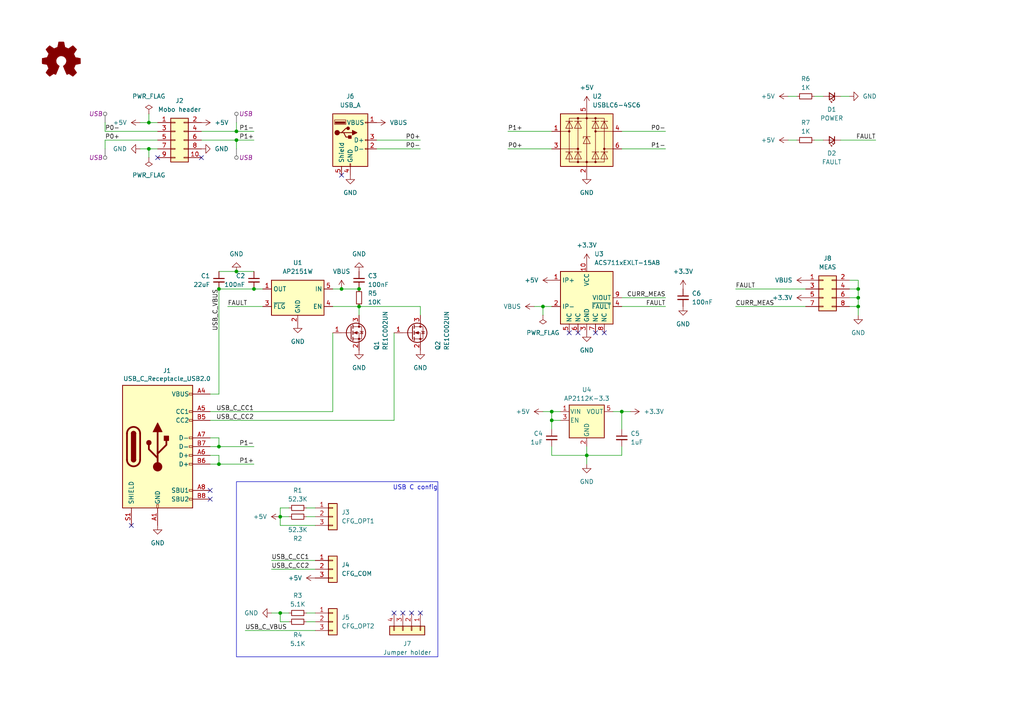
<source format=kicad_sch>
(kicad_sch (version 20230121) (generator eeschema)
  (paper "A4")
  (title_block (title "USBussy Current Probe") (date "2024-02-15") (rev "1.0"))
  (lib_symbols
    (symbol "Connector:USB_A" (pin_names (offset 1.016))
      (property "Reference" "J" (at -5.08 11.43 0))
      (property "Value" "USB_A" (at -5.08 8.89 0))
      (symbol "USB_A_0_1"
        (rectangle (start -5.08 -7.62) (end 5.08 7.62) (stroke (width 0.254)) (fill (type background)))
        (circle (center -3.81 2.159) (radius 0.635) (stroke (width 0.254)) (fill (type outline)))
        (rectangle (start -1.524 4.826) (end -4.318 5.334) (fill (type outline)))
        (rectangle (start -1.27 4.572) (end -4.572 5.842))
        (circle (center -0.635 3.429) (radius 0.381) (stroke (width 0.254)) (fill (type outline)))
        (rectangle (start -0.127 -7.62) (end 0.127 -6.858))
        (polyline (pts (xy -3.175 2.159) (xy -2.54 2.159) (xy -1.27 3.429) (xy -0.635 3.429)) (stroke (width 0.254)))
        (polyline (pts (xy -2.54 2.159) (xy -1.905 2.159) (xy -1.27 0.889) (xy 0 0.889)) (stroke (width 0.254)))
        (polyline (pts (xy 0.635 2.794) (xy 0.635 1.524) (xy 1.905 2.159) (xy 0.635 2.794)) (stroke (width 0.254)) (fill (type outline)))
        (rectangle (start 0.254 1.27) (end -0.508 0.508) (stroke (width 0.254)) (fill (type outline)))
        (rectangle (start 5.08 -2.667) (end 4.318 -2.413))
        (rectangle (start 5.08 -0.127) (end 4.318 0.127))
        (rectangle (start 5.08 4.953) (end 4.318 5.207))
      )
      (symbol "USB_A_1_1"
        (polyline (pts (xy -1.905 2.159) (xy 0.635 2.159)) (stroke (width 0.254)))
        (pin power_in line (at 7.62 5.08 180) (length 2.54) (name "VBUS") (number "1"))
        (pin bidirectional line (at 7.62 -2.54 180) (length 2.54) (name "D-") (number "2"))
        (pin bidirectional line (at 7.62 0 180) (length 2.54) (name "D+") (number "3"))
        (pin power_in line (at 0 -10.16 90) (length 2.54) (name "GND") (number "4"))
        (pin passive line (at -2.54 -10.16 90) (length 2.54) (name "Shield") (number "5"))
      )
    )
    (symbol "Connector:USB_C_Receptacle_USB2.0" (pin_names (offset 1.016))
      (property "Reference" "J" (at -10.16 19.05 0))
      (property "Value" "USB_C_Receptacle_USB2.0" (at 19.05 19.05 0))
      (symbol "USB_C_Receptacle_USB2.0_0_0"
        (rectangle (start -0.254 -17.78) (end 0.254 -16.764))
        (rectangle (start 10.16 -14.986) (end 9.144 -15.494))
        (rectangle (start 10.16 -12.446) (end 9.144 -12.954))
        (rectangle (start 10.16 -4.826) (end 9.144 -5.334))
        (rectangle (start 10.16 -2.286) (end 9.144 -2.794))
        (rectangle (start 10.16 0.254) (end 9.144 -0.254))
        (rectangle (start 10.16 2.794) (end 9.144 2.286))
        (rectangle (start 10.16 7.874) (end 9.144 7.366))
        (rectangle (start 10.16 10.414) (end 9.144 9.906))
        (rectangle (start 10.16 15.494) (end 9.144 14.986))
      )
      (symbol "USB_C_Receptacle_USB2.0_0_1"
        (rectangle (start -10.16 17.78) (end 10.16 -17.78) (stroke (width 0.254)) (fill (type background)))
        (arc (start -8.89 -3.81) (mid -6.985 -5.7067) (end -5.08 -3.81) (stroke (width 0.508)))
        (arc (start -7.62 -3.81) (mid -6.985 -4.4423) (end -6.35 -3.81) (stroke (width 0.254)))
        (arc (start -7.62 -3.81) (mid -6.985 -4.4423) (end -6.35 -3.81) (stroke (width 0.254)) (fill (type outline)))
        (rectangle (start -7.62 -3.81) (end -6.35 3.81) (stroke (width 0.254)) (fill (type outline)))
        (arc (start -6.35 3.81) (mid -6.985 4.4423) (end -7.62 3.81) (stroke (width 0.254)))
        (arc (start -6.35 3.81) (mid -6.985 4.4423) (end -7.62 3.81) (stroke (width 0.254)) (fill (type outline)))
        (arc (start -5.08 3.81) (mid -6.985 5.7067) (end -8.89 3.81) (stroke (width 0.508)))
        (circle (center -2.54 1.143) (radius 0.635) (stroke (width 0.254)) (fill (type outline)))
        (circle (center 0 -5.842) (radius 1.27) (fill (type outline)))
        (polyline (pts (xy -8.89 -3.81) (xy -8.89 3.81)) (stroke (width 0.508)))
        (polyline (pts (xy -5.08 3.81) (xy -5.08 -3.81)) (stroke (width 0.508)))
        (polyline (pts (xy 0 -5.842) (xy 0 4.318)) (stroke (width 0.508)))
        (polyline (pts (xy 0 -3.302) (xy -2.54 -0.762) (xy -2.54 0.508)) (stroke (width 0.508)))
        (polyline (pts (xy 0 -2.032) (xy 2.54 0.508) (xy 2.54 1.778)) (stroke (width 0.508)))
        (polyline (pts (xy -1.27 4.318) (xy 0 6.858) (xy 1.27 4.318) (xy -1.27 4.318)) (stroke (width 0.254)) (fill (type outline)))
        (rectangle (start 1.905 1.778) (end 3.175 3.048) (stroke (width 0.254)) (fill (type outline)))
      )
      (symbol "USB_C_Receptacle_USB2.0_1_1"
        (pin passive line (at 0 -22.86 90) (length 5.08) (name "GND") (number "A1"))
        (pin passive line (at 0 -22.86 90) (length 5.08) hide (name "GND") (number "A12"))
        (pin passive line (at 15.24 15.24 180) (length 5.08) (name "VBUS") (number "A4"))
        (pin bidirectional line (at 15.24 10.16 180) (length 5.08) (name "CC1") (number "A5"))
        (pin bidirectional line (at 15.24 -2.54 180) (length 5.08) (name "D+") (number "A6"))
        (pin bidirectional line (at 15.24 2.54 180) (length 5.08) (name "D-") (number "A7"))
        (pin bidirectional line (at 15.24 -12.7 180) (length 5.08) (name "SBU1") (number "A8"))
        (pin passive line (at 15.24 15.24 180) (length 5.08) hide (name "VBUS") (number "A9"))
        (pin passive line (at 0 -22.86 90) (length 5.08) hide (name "GND") (number "B1"))
        (pin passive line (at 0 -22.86 90) (length 5.08) hide (name "GND") (number "B12"))
        (pin passive line (at 15.24 15.24 180) (length 5.08) hide (name "VBUS") (number "B4"))
        (pin bidirectional line (at 15.24 7.62 180) (length 5.08) (name "CC2") (number "B5"))
        (pin bidirectional line (at 15.24 -5.08 180) (length 5.08) (name "D+") (number "B6"))
        (pin bidirectional line (at 15.24 0 180) (length 5.08) (name "D-") (number "B7"))
        (pin bidirectional line (at 15.24 -15.24 180) (length 5.08) (name "SBU2") (number "B8"))
        (pin passive line (at 15.24 15.24 180) (length 5.08) hide (name "VBUS") (number "B9"))
        (pin passive line (at -7.62 -22.86 90) (length 5.08) (name "SHIELD") (number "S1"))
      )
    )
    (symbol "Connector_Generic:Conn_01x03" (pin_names (offset 1.016) hide)
      (property "Reference" "J" (at 0 5.08 0))
      (property "Value" "Conn_01x03" (at 0 -5.08 0))
      (symbol "Conn_01x03_1_1"
        (rectangle (start -1.27 -2.413) (end 0 -2.667) (stroke (width 0.1524)))
        (rectangle (start -1.27 0.127) (end 0 -0.127) (stroke (width 0.1524)))
        (rectangle (start -1.27 2.667) (end 0 2.413) (stroke (width 0.1524)))
        (rectangle (start -1.27 3.81) (end 1.27 -3.81) (stroke (width 0.254)) (fill (type background)))
        (pin passive line (at -5.08 2.54 0) (length 3.81) (name "Pin_1") (number "1"))
        (pin passive line (at -5.08 0 0) (length 3.81) (name "Pin_2") (number "2"))
        (pin passive line (at -5.08 -2.54 0) (length 3.81) (name "Pin_3") (number "3"))
      )
    )
    (symbol "Connector_Generic:Conn_01x04" (pin_names (offset 1.016) hide)
      (property "Reference" "J" (at 0 5.08 0))
      (property "Value" "Conn_01x04" (at 0 -7.62 0))
      (symbol "Conn_01x04_1_1"
        (rectangle (start -1.27 -4.953) (end 0 -5.207) (stroke (width 0.1524)))
        (rectangle (start -1.27 -2.413) (end 0 -2.667) (stroke (width 0.1524)))
        (rectangle (start -1.27 0.127) (end 0 -0.127) (stroke (width 0.1524)))
        (rectangle (start -1.27 2.667) (end 0 2.413) (stroke (width 0.1524)))
        (rectangle (start -1.27 3.81) (end 1.27 -6.35) (stroke (width 0.254)) (fill (type background)))
        (pin passive line (at -5.08 2.54 0) (length 3.81) (name "Pin_1") (number "1"))
        (pin passive line (at -5.08 0 0) (length 3.81) (name "Pin_2") (number "2"))
        (pin passive line (at -5.08 -2.54 0) (length 3.81) (name "Pin_3") (number "3"))
        (pin passive line (at -5.08 -5.08 0) (length 3.81) (name "Pin_4") (number "4"))
      )
    )
    (symbol "Connector_Generic:Conn_02x04_Odd_Even" (pin_names (offset 1.016) hide)
      (property "Reference" "J" (at 1.27 5.08 0))
      (property "Value" "Conn_02x04_Odd_Even" (at 1.27 -7.62 0))
      (symbol "Conn_02x04_Odd_Even_1_1"
        (rectangle (start -1.27 -4.953) (end 0 -5.207) (stroke (width 0.1524)))
        (rectangle (start -1.27 -2.413) (end 0 -2.667) (stroke (width 0.1524)))
        (rectangle (start -1.27 0.127) (end 0 -0.127) (stroke (width 0.1524)))
        (rectangle (start -1.27 2.667) (end 0 2.413) (stroke (width 0.1524)))
        (rectangle (start -1.27 3.81) (end 3.81 -6.35) (stroke (width 0.254)) (fill (type background)))
        (rectangle (start 3.81 -4.953) (end 2.54 -5.207) (stroke (width 0.1524)))
        (rectangle (start 3.81 -2.413) (end 2.54 -2.667) (stroke (width 0.1524)))
        (rectangle (start 3.81 0.127) (end 2.54 -0.127) (stroke (width 0.1524)))
        (rectangle (start 3.81 2.667) (end 2.54 2.413) (stroke (width 0.1524)))
        (pin passive line (at -5.08 2.54 0) (length 3.81) (name "Pin_1") (number "1"))
        (pin passive line (at 7.62 2.54 180) (length 3.81) (name "Pin_2") (number "2"))
        (pin passive line (at -5.08 0 0) (length 3.81) (name "Pin_3") (number "3"))
        (pin passive line (at 7.62 0 180) (length 3.81) (name "Pin_4") (number "4"))
        (pin passive line (at -5.08 -2.54 0) (length 3.81) (name "Pin_5") (number "5"))
        (pin passive line (at 7.62 -2.54 180) (length 3.81) (name "Pin_6") (number "6"))
        (pin passive line (at -5.08 -5.08 0) (length 3.81) (name "Pin_7") (number "7"))
        (pin passive line (at 7.62 -5.08 180) (length 3.81) (name "Pin_8") (number "8"))
      )
    )
    (symbol "Connector_Generic:Conn_02x05_Odd_Even" (pin_names (offset 1.016) hide)
      (property "Reference" "J" (at 1.27 7.62 0))
      (property "Value" "Conn_02x05_Odd_Even" (at 1.27 -7.62 0))
      (symbol "Conn_02x05_Odd_Even_1_1"
        (rectangle (start -1.27 -4.953) (end 0 -5.207) (stroke (width 0.1524)))
        (rectangle (start -1.27 -2.413) (end 0 -2.667) (stroke (width 0.1524)))
        (rectangle (start -1.27 0.127) (end 0 -0.127) (stroke (width 0.1524)))
        (rectangle (start -1.27 2.667) (end 0 2.413) (stroke (width 0.1524)))
        (rectangle (start -1.27 5.207) (end 0 4.953) (stroke (width 0.1524)))
        (rectangle (start -1.27 6.35) (end 3.81 -6.35) (stroke (width 0.254)) (fill (type background)))
        (rectangle (start 3.81 -4.953) (end 2.54 -5.207) (stroke (width 0.1524)))
        (rectangle (start 3.81 -2.413) (end 2.54 -2.667) (stroke (width 0.1524)))
        (rectangle (start 3.81 0.127) (end 2.54 -0.127) (stroke (width 0.1524)))
        (rectangle (start 3.81 2.667) (end 2.54 2.413) (stroke (width 0.1524)))
        (rectangle (start 3.81 5.207) (end 2.54 4.953) (stroke (width 0.1524)))
        (pin passive line (at -5.08 5.08 0) (length 3.81) (name "Pin_1") (number "1"))
        (pin passive line (at 7.62 -5.08 180) (length 3.81) (name "Pin_10") (number "10"))
        (pin passive line (at 7.62 5.08 180) (length 3.81) (name "Pin_2") (number "2"))
        (pin passive line (at -5.08 2.54 0) (length 3.81) (name "Pin_3") (number "3"))
        (pin passive line (at 7.62 2.54 180) (length 3.81) (name "Pin_4") (number "4"))
        (pin passive line (at -5.08 0 0) (length 3.81) (name "Pin_5") (number "5"))
        (pin passive line (at 7.62 0 180) (length 3.81) (name "Pin_6") (number "6"))
        (pin passive line (at -5.08 -2.54 0) (length 3.81) (name "Pin_7") (number "7"))
        (pin passive line (at 7.62 -2.54 180) (length 3.81) (name "Pin_8") (number "8"))
        (pin passive line (at -5.08 -5.08 0) (length 3.81) (name "Pin_9") (number "9"))
      )
    )
    (symbol "Device:C_Small" (pin_numbers hide) (pin_names (offset 0.254) hide)
      (property "Reference" "C" (at 0.254 1.778 0))
      (property "Value" "C_Small" (at 0.254 -2.032 0))
      (symbol "C_Small_0_1"
        (polyline (pts (xy -1.524 -0.508) (xy 1.524 -0.508)) (stroke (width 0.3302)))
        (polyline (pts (xy -1.524 0.508) (xy 1.524 0.508)) (stroke (width 0.3048)))
      )
      (symbol "C_Small_1_1"
        (pin passive line (at 0 2.54 270) (length 2.032) (name "~") (number "1"))
        (pin passive line (at 0 -2.54 90) (length 2.032) (name "~") (number "2"))
      )
    )
    (symbol "Device:LED_Small" (pin_numbers hide) (pin_names (offset 0.254) hide)
      (property "Reference" "D" (at -1.27 3.175 0))
      (property "Value" "LED_Small" (at -4.445 -2.54 0))
      (symbol "LED_Small_0_1"
        (polyline (pts (xy -0.762 -1.016) (xy -0.762 1.016)) (stroke (width 0.254)))
        (polyline (pts (xy 1.016 0) (xy -0.762 0)))
        (polyline (pts (xy 0.762 -1.016) (xy -0.762 0) (xy 0.762 1.016) (xy 0.762 -1.016)) (stroke (width 0.254)))
        (polyline (pts (xy 0 0.762) (xy -0.508 1.27) (xy -0.254 1.27) (xy -0.508 1.27) (xy -0.508 1.016)))
        (polyline (pts (xy 0.508 1.27) (xy 0 1.778) (xy 0.254 1.778) (xy 0 1.778) (xy 0 1.524)))
      )
      (symbol "LED_Small_1_1"
        (pin passive line (at -2.54 0 0) (length 1.778) (name "K") (number "1"))
        (pin passive line (at 2.54 0 180) (length 1.778) (name "A") (number "2"))
      )
    )
    (symbol "Device:Q_NMOS_GSD" (pin_names (offset 0) hide)
      (property "Reference" "Q" (at 5.08 1.27 0))
      (property "Value" "Q_NMOS_GSD" (at 5.08 -1.27 0))
      (symbol "Q_NMOS_GSD_0_1"
        (polyline (pts (xy 0.254 0) (xy -2.54 0)))
        (polyline (pts (xy 0.254 1.905) (xy 0.254 -1.905)) (stroke (width 0.254)))
        (polyline (pts (xy 0.762 -1.27) (xy 0.762 -2.286)) (stroke (width 0.254)))
        (polyline (pts (xy 0.762 0.508) (xy 0.762 -0.508)) (stroke (width 0.254)))
        (polyline (pts (xy 0.762 2.286) (xy 0.762 1.27)) (stroke (width 0.254)))
        (polyline (pts (xy 2.54 2.54) (xy 2.54 1.778)))
        (polyline (pts (xy 2.54 -2.54) (xy 2.54 0) (xy 0.762 0)))
        (polyline (pts (xy 0.762 -1.778) (xy 3.302 -1.778) (xy 3.302 1.778) (xy 0.762 1.778)))
        (polyline (pts (xy 1.016 0) (xy 2.032 0.381) (xy 2.032 -0.381) (xy 1.016 0)) (fill (type outline)))
        (polyline (pts (xy 2.794 0.508) (xy 2.921 0.381) (xy 3.683 0.381) (xy 3.81 0.254)))
        (polyline (pts (xy 3.302 0.381) (xy 2.921 -0.254) (xy 3.683 -0.254) (xy 3.302 0.381)))
        (circle (center 1.651 0) (radius 2.794) (stroke (width 0.254)))
        (circle (center 2.54 -1.778) (radius 0.254) (fill (type outline)))
        (circle (center 2.54 1.778) (radius 0.254) (fill (type outline)))
      )
      (symbol "Q_NMOS_GSD_1_1"
        (pin input line (at -5.08 0 0) (length 2.54) (name "G") (number "1"))
        (pin passive line (at 2.54 -5.08 90) (length 2.54) (name "S") (number "2"))
        (pin passive line (at 2.54 5.08 270) (length 2.54) (name "D") (number "3"))
      )
    )
    (symbol "Device:R_Small" (pin_numbers hide) (pin_names (offset 0.254) hide)
      (property "Reference" "R" (at 0.762 0.508 0))
      (property "Value" "R_Small" (at 0.762 -1.016 0))
      (symbol "R_Small_0_1"
        (rectangle (start -0.762 1.778) (end 0.762 -1.778) (stroke (width 0.2032)))
      )
      (symbol "R_Small_1_1"
        (pin passive line (at 0 2.54 270) (length 0.762) (name "~") (number "1"))
        (pin passive line (at 0 -2.54 90) (length 0.762) (name "~") (number "2"))
      )
    )
    (symbol "Graphic:Logo_Open_Hardware_Small" (in_bom no) (on_board no)
      (symbol "Logo_Open_Hardware_Small_0_1"
        (polyline (pts (xy 3.3528 -4.3434) (xy 3.302 -4.318) (xy 3.175 -4.2418) (xy 2.9972 -4.1148) (xy 2.7686 -3.9624) (xy 2.54 -3.81) (xy 2.3622 -3.7084) (xy 2.2352 -3.6068) (xy 2.1844 -3.5814) (xy 2.159 -3.6068) (xy 2.0574 -3.6576) (xy 1.905 -3.7338) (xy 1.8034 -3.7846) (xy 1.6764 -3.8354) (xy 1.6002 -3.8354) (xy 1.6002 -3.8354) (xy 1.5494 -3.7338) (xy 1.4732 -3.5306) (xy 1.3462 -3.302) (xy 1.2446 -3.0226) (xy 1.1176 -2.7178) (xy 0.9652 -2.413) (xy 0.8636 -2.1082) (xy 0.7366 -1.8288) (xy 0.6604 -1.6256) (xy 0.6096 -1.4732) (xy 0.5842 -1.397) (xy 0.5842 -1.397) (xy 0.6604 -1.3208) (xy 0.7874 -1.2446) (xy 1.0414 -1.016) (xy 1.2954 -0.6858) (xy 1.4478 -0.3302) (xy 1.524 0.0762) (xy 1.4732 0.4572) (xy 1.3208 0.8128) (xy 1.0668 1.143) (xy 0.762 1.3716) (xy 0.4064 1.524) (xy 0 1.5748) (xy -0.381 1.5494) (xy -0.7366 1.397) (xy -1.0668 1.143) (xy -1.2192 0.9906) (xy -1.397 0.6604) (xy -1.524 0.3048) (xy -1.524 0.2286) (xy -1.4986 -0.1778) (xy -1.397 -0.5334) (xy -1.1938 -0.8636) (xy -0.9144 -1.143) (xy -0.8636 -1.1684) (xy -0.7366 -1.27) (xy -0.635 -1.3462) (xy -0.5842 -1.397) (xy -1.0668 -2.5908) (xy -1.143 -2.794) (xy -1.2954 -3.1242) (xy -1.397 -3.4036) (xy -1.4986 -3.6322) (xy -1.5748 -3.7846) (xy -1.6002 -3.8354) (xy -1.6002 -3.8354) (xy -1.651 -3.8354) (xy -1.7272 -3.81) (xy -1.905 -3.7338) (xy -2.0066 -3.683) (xy -2.1336 -3.6068) (xy -2.2098 -3.5814) (xy -2.2606 -3.6068) (xy -2.3622 -3.683) (xy -2.54 -3.81) (xy -2.7686 -3.9624) (xy -2.9718 -4.0894) (xy -3.1496 -4.2164) (xy -3.302 -4.318) (xy -3.3528 -4.3434) (xy -3.3782 -4.3434) (xy -3.429 -4.318) (xy -3.5306 -4.2164) (xy -3.7084 -4.064) (xy -3.937 -3.8354) (xy -3.9624 -3.81) (xy -4.1656 -3.6068) (xy -4.318 -3.4544) (xy -4.4196 -3.3274) (xy -4.445 -3.2766) (xy -4.445 -3.2766) (xy -4.4196 -3.2258) (xy -4.318 -3.0734) (xy -4.2164 -2.8956) (xy -4.064 -2.667) (xy -3.6576 -2.0828) (xy -3.8862 -1.5494) (xy -3.937 -1.3716) (xy -4.0386 -1.1684) (xy -4.0894 -1.0414) (xy -4.1148 -0.9652) (xy -4.191 -0.9398) (xy -4.318 -0.9144) (xy -4.5466 -0.8636) (xy -4.8006 -0.8128) (xy -5.0546 -0.7874) (xy -5.2578 -0.7366) (xy -5.4356 -0.7112) (xy -5.5118 -0.6858) (xy -5.5118 -0.6858) (xy -5.5372 -0.635) (xy -5.5372 -0.5588) (xy -5.5372 -0.4318) (xy -5.5626 -0.2286) (xy -5.5626 0.0762) (xy -5.5626 0.127) (xy -5.5372 0.4064) (xy -5.5372 0.635) (xy -5.5372 0.762) (xy -5.5372 0.8382) (xy -5.5372 0.8382) (xy -5.461 0.8382) (xy -5.3086 0.889) (xy -5.08 0.9144) (xy -4.826 0.9652) (xy -4.8006 0.9906) (xy -4.5466 1.0414) (xy -4.318 1.0668) (xy -4.1656 1.1176) (xy -4.0894 1.143) (xy -4.0894 1.143) (xy -4.0386 1.2446) (xy -3.9624 1.4224) (xy -3.8608 1.6256) (xy -3.7846 1.8288) (xy -3.7084 2.0066) (xy -3.6576 2.159) (xy -3.6322 2.2098) (xy -3.6322 2.2098) (xy -3.683 2.286) (xy -3.7592 2.413) (xy -3.8862 2.5908) (xy -4.064 2.8194) (xy -4.064 2.8448) (xy -4.2164 3.0734) (xy -4.3434 3.2512) (xy -4.4196 3.3782) (xy -4.445 3.4544) (xy -4.445 3.4544) (xy -4.3942 3.5052) (xy -4.2926 3.6322) (xy -4.1148 3.81) (xy -3.937 4.0132) (xy -3.8608 4.064) (xy -3.6576 4.2926) (xy -3.5052 4.4196) (xy -3.4036 4.4958) (xy -3.3528 4.5212) (xy -3.3528 4.5212) (xy -3.302 4.4704) (xy -3.1496 4.3688) (xy -2.9718 4.2418) (xy -2.7432 4.0894) (xy -2.7178 4.0894) (xy -2.4892 3.937) (xy -2.3114 3.81) (xy -2.1844 3.7084) (xy -2.1336 3.683) (xy -2.1082 3.683) (xy -2.032 3.7084) (xy -1.8542 3.7592) (xy -1.6764 3.8354) (xy -1.4732 3.937) (xy -1.27 4.0132) (xy -1.143 4.064) (xy -1.0668 4.1148) (xy -1.0668 4.1148) (xy -1.0414 4.191) (xy -1.016 4.3434) (xy -0.9652 4.572) (xy -0.9144 4.8514) (xy -0.889 4.9022) (xy -0.8382 5.1562) (xy -0.8128 5.3848) (xy -0.7874 5.5372) (xy -0.762 5.588) (xy -0.7112 5.6134) (xy -0.5842 5.6134) (xy -0.4064 5.6134) (xy -0.1524 5.6134) (xy 0.0762 5.6134) (xy 0.3302 5.6134) (xy 0.5334 5.6134) (xy 0.6858 5.588) (xy 0.7366 5.588) (xy 0.7366 5.588) (xy 0.762 5.5118) (xy 0.8128 5.334) (xy 0.8382 5.1054) (xy 0.9144 4.826) (xy 0.9144 4.7752) (xy 0.9652 4.5212) (xy 1.016 4.2926) (xy 1.0414 4.1402) (xy 1.0668 4.0894) (xy 1.0668 4.0894) (xy 1.1938 4.0386) (xy 1.3716 3.9624) (xy 1.5748 3.8608) (xy 2.0828 3.6576) (xy 2.7178 4.0894) (xy 2.7686 4.1402) (xy 2.9972 4.2926) (xy 3.175 4.4196) (xy 3.302 4.4958) (xy 3.3782 4.5212) (xy 3.3782 4.5212) (xy 3.429 4.4704) (xy 3.556 4.3434) (xy 3.7338 4.191) (xy 3.9116 3.9878) (xy 4.064 3.8354) (xy 4.2418 3.6576) (xy 4.3434 3.556) (xy 4.4196 3.4798) (xy 4.4196 3.429) (xy 4.4196 3.4036) (xy 4.3942 3.3274) (xy 4.2926 3.2004) (xy 4.1656 2.9972) (xy 4.0132 2.794) (xy 3.8862 2.5908) (xy 3.7592 2.3876) (xy 3.6576 2.2352) (xy 3.6322 2.159) (xy 3.6322 2.1336) (xy 3.683 2.0066) (xy 3.7592 1.8288) (xy 3.8608 1.6002) (xy 4.064 1.1176) (xy 4.3942 1.0414) (xy 4.5974 1.016) (xy 4.8768 0.9652) (xy 5.1308 0.9144) (xy 5.5372 0.8382) (xy 5.5626 -0.6604) (xy 5.4864 -0.6858) (xy 5.4356 -0.6858) (xy 5.2832 -0.7366) (xy 5.0546 -0.762) (xy 4.8006 -0.8128) (xy 4.5974 -0.8636) (xy 4.3688 -0.9144) (xy 4.2164 -0.9398) (xy 4.1402 -0.9398) (xy 4.1148 -0.9652) (xy 4.064 -1.0668) (xy 3.9878 -1.2446) (xy 3.9116 -1.4478) (xy 3.81 -1.651) (xy 3.7338 -1.8542) (xy 3.683 -2.0066) (xy 3.6576 -2.0828) (xy 3.683 -2.1336) (xy 3.7846 -2.2606) (xy 3.8862 -2.4638) (xy 4.0386 -2.667) (xy 4.191 -2.8956) (xy 4.318 -3.0734) (xy 4.3942 -3.2004) (xy 4.445 -3.2766) (xy 4.4196 -3.3274) (xy 4.3434 -3.429) (xy 4.1656 -3.5814) (xy 3.937 -3.8354) (xy 3.8862 -3.8608) (xy 3.683 -4.064) (xy 3.5306 -4.2164) (xy 3.4036 -4.318) (xy 3.3528 -4.3434)) (fill (type outline)))
      )
    )
    (symbol "Power_Protection:USBLC6-4SC6" (pin_names hide)
      (property "Reference" "U" (at 2.54 8.89 0))
      (property "Value" "USBLC6-4SC6" (at 2.54 -8.89 0))
      (symbol "USBLC6-4SC6_0_1"
        (rectangle (start -7.62 -7.62) (end 7.62 7.62) (stroke (width 0.254)) (fill (type background)))
        (circle (center -5.08 2.54) (radius 0.254) (fill (type outline)))
        (circle (center -2.54 -6.35) (radius 0.254) (fill (type outline)))
        (circle (center -2.54 -2.54) (radius 0.254) (fill (type outline)))
        (circle (center -2.54 6.35) (radius 0.254) (fill (type outline)))
        (rectangle (start -2.54 6.35) (end 2.54 -6.35))
        (circle (center 0 -6.35) (radius 0.254) (fill (type outline)))
        (polyline (pts (xy -5.08 2.54) (xy -7.62 2.54)))
        (polyline (pts (xy -4.064 -3.429) (xy -6.096 -3.429)))
        (polyline (pts (xy -4.064 5.461) (xy -6.096 5.461)))
        (polyline (pts (xy -2.54 -2.54) (xy -7.62 -2.54)))
        (polyline (pts (xy -1.524 -3.429) (xy -3.556 -3.429)))
        (polyline (pts (xy -1.524 5.461) (xy -3.556 5.461)))
        (polyline (pts (xy 0 -7.62) (xy 0 -6.35)))
        (polyline (pts (xy 0 -6.35) (xy 0 1.27)))
        (polyline (pts (xy 0 1.27) (xy 0 6.35)))
        (polyline (pts (xy 0 6.35) (xy 0 7.62)))
        (polyline (pts (xy 1.524 -3.429) (xy 3.556 -3.429)))
        (polyline (pts (xy 1.524 5.461) (xy 3.556 5.461)))
        (polyline (pts (xy 2.54 2.54) (xy 7.62 2.54)))
        (polyline (pts (xy 4.064 -3.429) (xy 6.096 -3.429)))
        (polyline (pts (xy 4.064 5.461) (xy 6.096 5.461)))
        (polyline (pts (xy 5.08 -2.54) (xy 7.62 -2.54)))
        (polyline (pts (xy -6.096 -5.461) (xy -4.064 -5.461) (xy -5.08 -3.429) (xy -6.096 -5.461)))
        (polyline (pts (xy -6.096 3.429) (xy -4.064 3.429) (xy -5.08 5.461) (xy -6.096 3.429)))
        (polyline (pts (xy -3.556 -5.461) (xy -1.524 -5.461) (xy -2.54 -3.429) (xy -3.556 -5.461)))
        (polyline (pts (xy -3.556 3.429) (xy -1.524 3.429) (xy -2.54 5.461) (xy -3.556 3.429)))
        (polyline (pts (xy -2.54 6.35) (xy -5.08 6.35) (xy -5.08 -6.35) (xy -2.54 -6.35)))
        (polyline (pts (xy -1.016 -1.016) (xy 1.016 -1.016) (xy 0 1.016) (xy -1.016 -1.016)))
        (polyline (pts (xy 1.016 1.016) (xy 0.762 1.016) (xy -1.016 1.016) (xy -1.016 0.508)))
        (polyline (pts (xy 2.54 6.35) (xy 5.08 6.35) (xy 5.08 -6.35) (xy 2.54 -6.35)))
        (polyline (pts (xy 3.556 -5.461) (xy 1.524 -5.461) (xy 2.54 -3.429) (xy 3.556 -5.461)))
        (polyline (pts (xy 3.556 3.429) (xy 1.524 3.429) (xy 2.54 5.461) (xy 3.556 3.429)))
        (polyline (pts (xy 6.096 -5.461) (xy 4.064 -5.461) (xy 5.08 -3.429) (xy 6.096 -5.461)))
        (polyline (pts (xy 6.096 3.429) (xy 4.064 3.429) (xy 5.08 5.461) (xy 6.096 3.429)))
        (circle (center 0 6.35) (radius 0.254) (fill (type outline)))
        (circle (center 2.54 -6.35) (radius 0.254) (fill (type outline)))
        (circle (center 2.54 2.54) (radius 0.254) (fill (type outline)))
        (circle (center 2.54 6.35) (radius 0.254) (fill (type outline)))
        (circle (center 5.08 -2.54) (radius 0.254) (fill (type outline)))
      )
      (symbol "USBLC6-4SC6_1_1"
        (pin passive line (at -10.16 2.54 0) (length 2.54) (name "I/O1") (number "1"))
        (pin passive line (at 0 -10.16 90) (length 2.54) (name "GND") (number "2"))
        (pin passive line (at -10.16 -2.54 0) (length 2.54) (name "I/O2") (number "3"))
        (pin passive line (at 10.16 2.54 180) (length 2.54) (name "I/O3") (number "4"))
        (pin passive line (at 0 10.16 270) (length 2.54) (name "VBUS") (number "5"))
        (pin passive line (at 10.16 -2.54 180) (length 2.54) (name "I/O4") (number "6"))
      )
    )
    (symbol "Regulator_Linear:AP2112K-3.3" (pin_names (offset 0.254))
      (property "Reference" "U" (at -5.08 5.715 0))
      (property "Value" "AP2112K-3.3" (at 0 5.715 0))
      (symbol "AP2112K-3.3_0_1"
        (rectangle (start -5.08 4.445) (end 5.08 -5.08) (stroke (width 0.254)) (fill (type background)))
      )
      (symbol "AP2112K-3.3_1_1"
        (pin power_in line (at -7.62 2.54 0) (length 2.54) (name "VIN") (number "1"))
        (pin power_in line (at 0 -7.62 90) (length 2.54) (name "GND") (number "2"))
        (pin input line (at -7.62 0 0) (length 2.54) (name "EN") (number "3"))
        (pin no_connect line (at 5.08 0 180) (length 2.54) hide (name "NC") (number "4"))
        (pin power_out line (at 7.62 2.54 180) (length 2.54) (name "VOUT") (number "5"))
      )
    )
    (symbol "Sensor_Current:ACS711xEXLT-15AB"
      (property "Reference" "U" (at 8.89 6.35 0))
      (property "Value" "ACS711xEXLT-15AB" (at 8.89 3.81 0))
      (symbol "ACS711xEXLT-15AB_0_1"
        (rectangle (start -7.62 7.62) (end 7.62 -7.62) (stroke (width 0.254)) (fill (type background)))
      )
      (symbol "ACS711xEXLT-15AB_1_1"
        (pin passive line (at -10.16 5.08 0) (length 2.54) (name "IP+") (number "1"))
        (pin power_in line (at 0 10.16 270) (length 2.54) (name "VCC") (number "10"))
        (pin passive line (at -10.16 -2.54 0) (length 2.54) (name "IP-") (number "2"))
        (pin power_in line (at 0 -10.16 90) (length 2.54) (name "GND") (number "3"))
        (pin output line (at 10.16 -2.54 180) (length 2.54) (name "~{FAULT}") (number "4"))
        (pin passive line (at -5.08 -10.16 90) (length 2.54) (name "NC") (number "5"))
        (pin passive line (at -2.54 -10.16 90) (length 2.54) (name "NC") (number "6"))
        (pin passive line (at 2.54 -10.16 90) (length 2.54) (name "NC") (number "7"))
        (pin passive line (at 5.08 -10.16 90) (length 2.54) (name "NC") (number "8"))
        (pin output line (at 10.16 0 180) (length 2.54) (name "VIOUT") (number "9"))
      )
    )
    (symbol "leptunKicadLib:AP2151W"
      (property "Reference" "U" (at -7.62 -6.35 0))
      (property "Value" "AP2151W" (at -7.62 6.35 0))
      (symbol "AP2151W_0_1"
        (rectangle (start -7.62 5.08) (end 7.62 -5.08) (stroke (width 0.254)) (fill (type background)))
      )
      (symbol "AP2151W_1_1"
        (pin power_out line (at 10.16 2.54 180) (length 2.54) (name "OUT") (number "1"))
        (pin power_in line (at 0 -7.62 90) (length 2.54) (name "GND") (number "2"))
        (pin open_collector line (at 10.16 -2.54 180) (length 2.54) (name "~{FLG}") (number "3"))
        (pin input line (at -10.16 -2.54 0) (length 2.54) (name "EN") (number "4"))
        (pin power_in line (at -10.16 2.54 0) (length 2.54) (name "IN") (number "5"))
      )
    )
    (symbol "power:+3.3V" (power) (pin_names (offset 0))
      (property "Value" "+3.3V" (at 0 3.556 0))
      (symbol "+3.3V_0_1"
        (polyline (pts (xy -0.762 1.27) (xy 0 2.54)))
        (polyline (pts (xy 0 0) (xy 0 2.54)))
        (polyline (pts (xy 0 2.54) (xy 0.762 1.27)))
      )
      (symbol "+3.3V_1_1"
        (pin power_in line (at 0 0 90) (length 0) hide (name "+3.3V") (number "1"))
      )
    )
    (symbol "power:+5V" (power) (pin_names (offset 0))
      (property "Value" "+5V" (at 0 3.556 0))
      (symbol "+5V_0_1"
        (polyline (pts (xy -0.762 1.27) (xy 0 2.54)))
        (polyline (pts (xy 0 0) (xy 0 2.54)))
        (polyline (pts (xy 0 2.54) (xy 0.762 1.27)))
      )
      (symbol "+5V_1_1"
        (pin power_in line (at 0 0 90) (length 0) hide (name "+5V") (number "1"))
      )
    )
    (symbol "power:GND" (power) (pin_names (offset 0))
      (property "Value" "GND" (at 0 -3.81 0))
      (symbol "GND_0_1"
        (polyline (pts (xy 0 0) (xy 0 -1.27) (xy 1.27 -1.27) (xy 0 -2.54) (xy -1.27 -1.27) (xy 0 -1.27)))
      )
      (symbol "GND_1_1"
        (pin power_in line (at 0 0 270) (length 0) hide (name "GND") (number "1"))
      )
    )
    (symbol "power:PWR_FLAG" (power) (pin_numbers hide) (pin_names (offset 0) hide)
      (property "Value" "PWR_FLAG" (at 0 3.81 0))
      (symbol "PWR_FLAG_0_0"
        (pin power_out line (at 0 0 90) (length 0) (name "pwr") (number "1"))
      )
      (symbol "PWR_FLAG_0_1"
        (polyline (pts (xy 0 0) (xy 0 1.27) (xy -1.016 1.905) (xy 0 2.54) (xy 1.016 1.905) (xy 0 1.27)))
      )
    )
    (symbol "power:VBUS" (power) (pin_names (offset 0))
      (property "Value" "VBUS" (at 0 3.81 0))
      (symbol "VBUS_0_1"
        (polyline (pts (xy -0.762 1.27) (xy 0 2.54)))
        (polyline (pts (xy 0 0) (xy 0 2.54)))
        (polyline (pts (xy 0 2.54) (xy 0.762 1.27)))
      )
      (symbol "VBUS_1_1"
        (pin power_in line (at 0 0 90) (length 0) hide (name "VBUS") (number "1"))
      )
    )
  )
  (junction (at 104.14 88.9))
  (junction (at 160.02 121.92))
  (junction (at 180.34 119.38))
  (junction (at 99.06 83.82))
  (junction (at 81.28 177.8))
  (junction (at 68.58 78.74))
  (junction (at 81.28 149.86))
  (junction (at 73.66 83.82))
  (junction (at 157.48 88.9))
  (junction (at 248.92 86.36))
  (junction (at 160.02 119.38))
  (junction (at 68.58 40.64))
  (junction (at 43.18 35.56))
  (junction (at 63.5 134.62))
  (junction (at 248.92 88.9))
  (junction (at 248.92 83.82))
  (junction (at 63.5 83.82))
  (junction (at 43.18 43.18))
  (junction (at 170.18 132.08))
  (junction (at 104.14 83.82))
  (junction (at 68.58 38.1))
  (junction (at 63.5 129.54))
  (no_connect (at 172.72 96.52))
  (no_connect (at 119.38 177.8))
  (no_connect (at 121.92 177.8))
  (no_connect (at 60.96 144.78))
  (no_connect (at 38.1 152.4))
  (no_connect (at 167.64 96.52))
  (no_connect (at 45.72 45.72))
  (no_connect (at 58.42 45.72))
  (no_connect (at 165.1 96.52))
  (no_connect (at 60.96 142.24))
  (no_connect (at 116.84 177.8))
  (no_connect (at 175.26 96.52))
  (no_connect (at 114.3 177.8))
  (no_connect (at 99.06 50.8))
  (wire (pts (xy 248.92 88.9) (xy 246.38 88.9)))
  (wire (pts (xy 121.92 91.44) (xy 121.92 88.9)))
  (wire (pts (xy 81.28 177.8) (xy 83.82 177.8)))
  (wire (pts (xy 68.58 38.1) (xy 73.66 38.1)))
  (wire (pts (xy 63.5 129.54) (xy 63.5 127)))
  (wire (pts (xy 63.5 134.62) (xy 73.66 134.62)))
  (wire (pts (xy 40.64 43.18) (xy 43.18 43.18)))
  (wire (pts (xy 114.3 121.92) (xy 114.3 96.52)))
  (wire (pts (xy 83.82 180.34) (xy 81.28 180.34)))
  (wire (pts (xy 68.58 40.64) (xy 68.58 43.18)))
  (wire (pts (xy 228.6 27.94) (xy 231.14 27.94)))
  (wire (pts (xy 43.18 43.18) (xy 43.18 45.72)))
  (wire (pts (xy 30.48 38.1) (xy 45.72 38.1)))
  (wire (pts (xy 91.44 152.4) (xy 81.28 152.4)))
  (wire (pts (xy 63.5 83.82) (xy 63.5 114.3)))
  (wire (pts (xy 81.28 177.8) (xy 81.28 180.34)))
  (wire (pts (xy 60.96 127) (xy 63.5 127)))
  (wire (pts (xy 170.18 134.62) (xy 170.18 132.08)))
  (wire (pts (xy 180.34 132.08) (xy 180.34 129.54)))
  (wire (pts (xy 71.12 182.88) (xy 91.44 182.88)))
  (wire (pts (xy 60.96 132.08) (xy 63.5 132.08)))
  (wire (pts (xy 213.36 83.82) (xy 233.68 83.82)))
  (wire (pts (xy 160.02 119.38) (xy 162.56 119.38)))
  (wire (pts (xy 254 40.64) (xy 243.84 40.64)))
  (wire (pts (xy 246.38 27.94) (xy 243.84 27.94)))
  (wire (pts (xy 157.48 88.9) (xy 160.02 88.9)))
  (wire (pts (xy 68.58 35.56) (xy 68.58 38.1)))
  (wire (pts (xy 60.96 121.92) (xy 114.3 121.92)))
  (wire (pts (xy 60.96 134.62) (xy 63.5 134.62)))
  (wire (pts (xy 78.74 162.56) (xy 91.44 162.56)))
  (wire (pts (xy 63.5 134.62) (xy 63.5 132.08)))
  (wire (pts (xy 30.48 40.64) (xy 45.72 40.64)))
  (wire (pts (xy 73.66 83.82) (xy 76.2 83.82)))
  (wire (pts (xy 73.66 83.82) (xy 63.5 83.82)))
  (wire (pts (xy 180.34 86.36) (xy 193.04 86.36)))
  (wire (pts (xy 96.52 83.82) (xy 99.06 83.82)))
  (wire (pts (xy 104.14 88.9) (xy 104.14 91.44)))
  (wire (pts (xy 193.04 43.18) (xy 180.34 43.18)))
  (wire (pts (xy 157.48 91.44) (xy 157.48 88.9)))
  (wire (pts (xy 246.38 81.28) (xy 248.92 81.28)))
  (wire (pts (xy 83.82 147.32) (xy 81.28 147.32)))
  (wire (pts (xy 78.74 165.1) (xy 91.44 165.1)))
  (wire (pts (xy 248.92 86.36) (xy 248.92 83.82)))
  (wire (pts (xy 248.92 83.82) (xy 246.38 83.82)))
  (wire (pts (xy 180.34 119.38) (xy 182.88 119.38)))
  (wire (pts (xy 193.04 38.1) (xy 180.34 38.1)))
  (wire (pts (xy 154.94 88.9) (xy 157.48 88.9)))
  (wire (pts (xy 81.28 147.32) (xy 81.28 149.86)))
  (wire (pts (xy 68.58 78.74) (xy 73.66 78.74)))
  (wire (pts (xy 78.74 177.8) (xy 81.28 177.8)))
  (wire (pts (xy 83.82 149.86) (xy 81.28 149.86)))
  (wire (pts (xy 60.96 129.54) (xy 63.5 129.54)))
  (wire (pts (xy 40.64 35.56) (xy 43.18 35.56)))
  (wire (pts (xy 160.02 129.54) (xy 160.02 132.08)))
  (wire (pts (xy 88.9 147.32) (xy 91.44 147.32)))
  (wire (pts (xy 248.92 88.9) (xy 248.92 86.36)))
  (wire (pts (xy 68.58 40.64) (xy 73.66 40.64)))
  (wire (pts (xy 43.18 43.18) (xy 45.72 43.18)))
  (wire (pts (xy 63.5 129.54) (xy 73.66 129.54)))
  (wire (pts (xy 43.18 35.56) (xy 45.72 35.56)))
  (wire (pts (xy 121.92 43.18) (xy 109.22 43.18)))
  (wire (pts (xy 180.34 119.38) (xy 180.34 124.46)))
  (wire (pts (xy 160.02 121.92) (xy 160.02 124.46)))
  (wire (pts (xy 58.42 40.64) (xy 68.58 40.64)))
  (wire (pts (xy 236.22 40.64) (xy 238.76 40.64)))
  (wire (pts (xy 160.02 132.08) (xy 170.18 132.08)))
  (wire (pts (xy 99.06 83.82) (xy 104.14 83.82)))
  (wire (pts (xy 160.02 121.92) (xy 160.02 119.38)))
  (wire (pts (xy 66.04 88.9) (xy 76.2 88.9)))
  (wire (pts (xy 30.48 35.56) (xy 30.48 38.1)))
  (wire (pts (xy 121.92 88.9) (xy 104.14 88.9)))
  (wire (pts (xy 88.9 149.86) (xy 91.44 149.86)))
  (wire (pts (xy 60.96 119.38) (xy 96.52 119.38)))
  (wire (pts (xy 228.6 40.64) (xy 231.14 40.64)))
  (wire (pts (xy 30.48 40.64) (xy 30.48 43.18)))
  (wire (pts (xy 58.42 38.1) (xy 68.58 38.1)))
  (wire (pts (xy 233.68 88.9) (xy 213.36 88.9)))
  (wire (pts (xy 96.52 88.9) (xy 104.14 88.9)))
  (wire (pts (xy 248.92 91.44) (xy 248.92 88.9)))
  (wire (pts (xy 96.52 119.38) (xy 96.52 96.52)))
  (wire (pts (xy 177.8 119.38) (xy 180.34 119.38)))
  (wire (pts (xy 180.34 88.9) (xy 193.04 88.9)))
  (wire (pts (xy 170.18 132.08) (xy 180.34 132.08)))
  (wire (pts (xy 81.28 152.4) (xy 81.28 149.86)))
  (wire (pts (xy 248.92 86.36) (xy 246.38 86.36)))
  (wire (pts (xy 248.92 81.28) (xy 248.92 83.82)))
  (wire (pts (xy 147.32 38.1) (xy 160.02 38.1)))
  (wire (pts (xy 236.22 27.94) (xy 238.76 27.94)))
  (wire (pts (xy 157.48 119.38) (xy 160.02 119.38)))
  (wire (pts (xy 170.18 129.54) (xy 170.18 132.08)))
  (wire (pts (xy 88.9 177.8) (xy 91.44 177.8)))
  (wire (pts (xy 147.32 43.18) (xy 160.02 43.18)))
  (wire (pts (xy 162.56 121.92) (xy 160.02 121.92)))
  (wire (pts (xy 43.18 33.02) (xy 43.18 35.56)))
  (wire (pts (xy 63.5 114.3) (xy 60.96 114.3)))
  (wire (pts (xy 63.5 78.74) (xy 68.58 78.74)))
  (wire (pts (xy 88.9 180.34) (xy 91.44 180.34)))
  (wire (pts (xy 121.92 40.64) (xy 109.22 40.64)))
  (rectangle (start 68.58 139.7) (end 127 190.5))
  (text "USB C config" (at 127 142.24 0) (effects (font (size 1.27 1.27)) (justify right bottom)))
  (label "FAULT" (at 66.04 88.9 0))
  (label "USB_C_VBUS" (at 63.5 83.82 270))
  (label "P1-" (at 193.04 43.18 180))
  (label "P1+" (at 73.66 134.62 180))
  (label "P0+" (at 121.92 40.64 180))
  (label "CURR_MEAS" (at 213.36 88.9 0))
  (label "P1-" (at 73.66 38.1 180))
  (label "P0-" (at 121.92 43.18 180))
  (label "USB_C_CC1" (at 73.66 119.38 180))
  (label "P1+" (at 147.32 38.1 0))
  (label "USB_C_CC2" (at 73.66 121.92 180))
  (label "FAULT" (at 193.04 88.9 180))
  (label "USB_C_CC2" (at 78.74 165.1 0))
  (label "P0+" (at 30.48 40.64 0))
  (label "P0+" (at 147.32 43.18 0))
  (label "FAULT" (at 213.36 83.82 0))
  (label "USB_C_VBUS" (at 71.12 182.88 0))
  (label "P1-" (at 73.66 129.54 180))
  (label "P0-" (at 30.48 38.1 0))
  (label "FAULT" (at 254 40.64 180))
  (label "CURR_MEAS" (at 193.04 86.36 180))
  (label "P1+" (at 73.66 40.64 180))
  (label "P0-" (at 193.04 38.1 180))
  (label "USB_C_CC1" (at 78.74 162.56 0))
  (netclass_flag "" (length 2.54) (shape round) (at 68.58 35.56 0) (property "Netclass" "USB" (at 69.2785 33.02 0) (effects (font italic) (justify left))))
  (netclass_flag "" (length 2.54) (shape round) (at 68.58 43.18 180) (property "Netclass" "USB" (at 69.2785 45.72 0) (effects (font italic) (justify left))))
  (netclass_flag "" (length 2.54) (shape round) (at 30.48 43.18 180) (property "Netclass" "USB" (at 29.7815 45.72 0) (effects (font italic) (justify right))))
  (netclass_flag "" (length 2.54) (shape round) (at 30.48 35.56 0) (property "Netclass" "USB" (at 29.7815 33.02 0) (effects (font italic) (justify right))))
  (symbol (lib_id "power:PWR_FLAG") (at 43.18 33.02 0) (unit 1)
    (property "Reference" "#FLG01" (effects hide))
    (property "Value" "PWR_FLAG" (at 43.18 27.94 0))
  )
  (symbol (lib_id "power:PWR_FLAG") (at 157.48 91.44 180) (unit 1)
    (property "Reference" "#FLG03" (effects hide))
    (property "Value" "PWR_FLAG" (at 157.48 96.52 0))
  )
  (symbol (lib_id "leptunKicadLib:AP2151W") (at 86.36 86.36 0) (mirror y) (unit 1)
    (property "Reference" "U1" (at 86.36 76.2 0))
    (property "Value" "AP2151W" (at 86.36 78.74 0))
    (property "Footprint" "Package_TO_SOT_SMD:SOT-23-5" (effects hide))
    (property "Datasheet" "https://www.diodes.com/assets/Datasheets/AP2161.pdf" (effects hide))
  )
  (symbol (lib_id "Connector:USB_C_Receptacle_USB2.0") (at 45.72 129.54 0) (unit 1)
    (property "Reference" "J1" (at 48.4378 107.5182 0))
    (property "Value" "USB_C_Receptacle_USB2.0" (at 48.4378 109.8296 0))
    (property "Footprint" "leptunKicadLib:USB4110-GF-A" (effects hide))
    (property "Datasheet" "https://www.usb.org/sites/default/files/documents/usb_type-c.zip" (effects hide))
  )
  (symbol (lib_id "power:+3.3V") (at 198.12 83.82 0) (unit 1)
    (property "Reference" "#PWR026" (effects hide))
    (property "Value" "+3.3V" (at 198.12 78.74 0))
  )
  (symbol (lib_id "Device:C_Small") (at 63.5 81.28 0) (mirror y) (unit 1)
    (property "Reference" "C1" (at 60.96 80.0163 0) (effects (justify left)))
    (property "Value" "22uF" (at 60.96 82.5563 0) (effects (justify left)))
    (property "Footprint" "Capacitor_SMD:C_1210_3225Metric" (effects hide))
  )
  (symbol (lib_id "Device:R_Small") (at 86.36 177.8 270) (mirror x) (unit 1)
    (property "Reference" "R3" (at 86.36 172.72 90))
    (property "Value" "5.1K" (at 86.36 175.26 90))
    (property "Footprint" "Resistor_SMD:R_0603_1608Metric" (effects hide))
  )
  (symbol (lib_id "Regulator_Linear:AP2112K-3.3") (at 170.18 121.92 0) (unit 1)
    (property "Reference" "U4" (at 170.18 113.03 0))
    (property "Value" "AP2112K-3.3" (at 170.18 115.57 0))
    (property "Footprint" "Package_TO_SOT_SMD:SOT-23-5" (effects hide))
    (property "Datasheet" "https://www.diodes.com/assets/Datasheets/AP2112.pdf" (effects hide))
  )
  (symbol (lib_id "Device:C_Small") (at 198.12 86.36 0) (unit 1)
    (property "Reference" "C6" (at 200.66 85.0963 0) (effects (justify left)))
    (property "Value" "100nF" (at 200.66 87.6363 0) (effects (justify left)))
    (property "Footprint" "Capacitor_SMD:C_0603_1608Metric" (effects hide))
  )
  (symbol (lib_id "power:+5V") (at 228.6 40.64 90) (unit 1)
    (property "Reference" "#PWR029" (effects hide))
    (property "Value" "+5V" (at 224.79 40.64 90) (effects (justify left)))
  )
  (symbol (lib_id "power:+5V") (at 157.48 119.38 90) (unit 1)
    (property "Reference" "#PWR018" (effects hide))
    (property "Value" "+5V" (at 153.67 119.38 90) (effects (justify left)))
  )
  (symbol (lib_id "power:VBUS") (at 154.94 88.9 90) (unit 1)
    (property "Reference" "#PWR017" (effects hide))
    (property "Value" "VBUS" (at 151.13 88.9 90) (effects (justify left)))
  )
  (symbol (lib_id "power:GND") (at 68.58 78.74 180) (unit 1)
    (property "Reference" "#PWR06" (effects hide))
    (property "Value" "GND" (at 68.58 73.66 0))
  )
  (symbol (lib_id "power:VBUS") (at 99.06 83.82 0) (mirror y) (unit 1)
    (property "Reference" "#PWR011" (effects hide))
    (property "Value" "VBUS" (at 99.06 78.74 0))
  )
  (symbol (lib_id "Device:R_Small") (at 233.68 27.94 270) (mirror x) (unit 1)
    (property "Reference" "R6" (at 233.68 22.86 90))
    (property "Value" "1K" (at 233.68 25.4 90))
    (property "Footprint" "Resistor_SMD:R_0805_2012Metric" (effects hide))
  )
  (symbol (lib_id "power:GND") (at 246.38 27.94 90) (unit 1)
    (property "Reference" "#PWR032" (effects hide))
    (property "Value" "GND" (at 250.19 27.94 90) (effects (justify right)))
  )
  (symbol (lib_id "power:PWR_FLAG") (at 43.18 45.72 180) (unit 1)
    (property "Reference" "#FLG02" (effects hide))
    (property "Value" "PWR_FLAG" (at 43.18 50.8 0))
  )
  (symbol (lib_id "Connector_Generic:Conn_01x03") (at 96.52 165.1 0) (unit 1)
    (property "Reference" "J4" (at 99.06 163.83 0) (effects (justify left)))
    (property "Value" "CFG_COM" (at 99.06 166.37 0) (effects (justify left)))
    (property "Footprint" "Connector_PinHeader_2.54mm:PinHeader_1x03_P2.54mm_Vertical" (effects hide))
  )
  (symbol (lib_id "Device:C_Small") (at 73.66 81.28 0) (unit 1)
    (property "Reference" "C2" (at 71.12 80.0163 0) (effects (justify right)))
    (property "Value" "100nF" (at 71.12 82.5563 0) (effects (justify right)))
    (property "Footprint" "Capacitor_SMD:C_0603_1608Metric" (effects hide))
  )
  (symbol (lib_id "Power_Protection:USBLC6-4SC6") (at 170.18 40.64 0) (unit 1)
    (property "Reference" "U2" (at 171.8311 27.94 0) (effects (justify left)))
    (property "Value" "USBLC6-4SC6" (at 171.8311 30.48 0) (effects (justify left)))
    (property "Footprint" "Package_TO_SOT_SMD:SOT-23-6" (effects hide))
    (property "Datasheet" "https://www.st.com/resource/en/datasheet/usblc6-4.pdf" (effects hide))
  )
  (symbol (lib_id "Device:R_Small") (at 233.68 40.64 270) (mirror x) (unit 1)
    (property "Reference" "R7" (at 233.68 35.56 90))
    (property "Value" "1K" (at 233.68 38.1 90))
    (property "Footprint" "Resistor_SMD:R_0805_2012Metric" (effects hide))
  )
  (symbol (lib_id "power:GND") (at 198.12 88.9 0) (unit 1)
    (property "Reference" "#PWR027" (effects hide))
    (property "Value" "GND" (at 198.12 93.98 0))
  )
  (symbol (lib_id "Connector_Generic:Conn_02x04_Odd_Even") (at 238.76 83.82 0) (unit 1)
    (property "Reference" "J8" (at 240.03 74.93 0))
    (property "Value" "MEAS" (at 240.03 77.47 0))
    (property "Footprint" "Connector_PinHeader_2.54mm:PinHeader_2x04_P2.54mm_Vertical" (effects hide))
  )
  (symbol (lib_id "Device:Q_NMOS_GSD") (at 119.38 96.52 0) (unit 1)
    (property "Reference" "Q2" (at 127 101.6 90) (effects (justify left)))
    (property "Value" "RE1C002UN" (at 129.54 101.6 90) (effects (justify left)))
    (property "Footprint" "Package_TO_SOT_SMD:SOT-416" (effects hide))
  )
  (symbol (lib_id "power:GND") (at 58.42 43.18 90) (unit 1)
    (property "Reference" "#PWR05" (effects hide))
    (property "Value" "GND" (at 62.23 43.18 90) (effects (justify right)))
  )
  (symbol (lib_id "power:GND") (at 248.92 91.44 0) (unit 1)
    (property "Reference" "#PWR033" (effects hide))
    (property "Value" "GND" (at 248.92 96.52 0))
  )
  (symbol (lib_id "power:GND") (at 45.72 152.4 0) (unit 1)
    (property "Reference" "#PWR03" (effects hide))
    (property "Value" "GND" (at 45.72 157.48 0))
  )
  (symbol (lib_id "Device:LED_Small") (at 241.3 27.94 180) (unit 1)
    (property "Reference" "D1" (at 241.2365 31.75 0))
    (property "Value" "POWER" (at 241.2365 34.29 0))
    (property "Footprint" "LED_SMD:LED_1206_3216Metric" (effects hide))
  )
  (symbol (lib_id "power:+5V") (at 228.6 27.94 90) (unit 1)
    (property "Reference" "#PWR028" (effects hide))
    (property "Value" "+5V" (at 224.79 27.94 90) (effects (justify left)))
  )
  (symbol (lib_id "Device:LED_Small") (at 241.3 40.64 180) (unit 1)
    (property "Reference" "D2" (at 241.2365 44.45 0))
    (property "Value" "FAULT" (at 241.2365 46.99 0))
    (property "Footprint" "LED_SMD:LED_1206_3216Metric" (effects hide))
  )
  (symbol (lib_id "power:GND") (at 101.6 50.8 0) (unit 1)
    (property "Reference" "#PWR012" (effects hide))
    (property "Value" "GND" (at 101.6 55.88 0))
  )
  (symbol (lib_id "power:GND") (at 40.64 43.18 270) (unit 1)
    (property "Reference" "#PWR02" (effects hide))
    (property "Value" "GND" (at 36.83 43.18 90) (effects (justify right)))
  )
  (symbol (lib_id "power:GND") (at 170.18 134.62 0) (unit 1)
    (property "Reference" "#PWR024" (effects hide))
    (property "Value" "GND" (at 170.18 139.7 0))
  )
  (symbol (lib_id "power:+5V") (at 160.02 81.28 90) (unit 1)
    (property "Reference" "#PWR019" (effects hide))
    (property "Value" "+5V" (at 156.21 81.28 90) (effects (justify left)))
  )
  (symbol (lib_id "Connector_Generic:Conn_01x03") (at 96.52 149.86 0) (unit 1)
    (property "Reference" "J3" (at 99.06 148.59 0) (effects (justify left)))
    (property "Value" "CFG_OPT1" (at 99.06 151.13 0) (effects (justify left)))
    (property "Footprint" "Connector_PinHeader_2.54mm:PinHeader_1x03_P2.54mm_Vertical" (effects hide))
  )
  (symbol (lib_id "power:+3.3V") (at 182.88 119.38 270) (unit 1)
    (property "Reference" "#PWR025" (effects hide))
    (property "Value" "+3.3V" (at 186.69 119.38 90) (effects (justify left)))
  )
  (symbol (lib_id "Device:C_Small") (at 104.14 81.28 0) (mirror y) (unit 1)
    (property "Reference" "C3" (at 106.68 80.0163 0) (effects (justify right)))
    (property "Value" "100nF" (at 106.68 82.5563 0) (effects (justify right)))
    (property "Footprint" "Capacitor_SMD:C_0603_1608Metric" (effects hide))
  )
  (symbol (lib_id "Device:R_Small") (at 104.14 86.36 0) (unit 1)
    (property "Reference" "R5" (at 106.68 85.09 0) (effects (justify left)))
    (property "Value" "10K" (at 106.68 87.63 0) (effects (justify left)))
    (property "Footprint" "Resistor_SMD:R_0603_1608Metric" (effects hide))
  )
  (symbol (lib_id "power:+5V") (at 40.64 35.56 90) (unit 1)
    (property "Reference" "#PWR01" (effects hide))
    (property "Value" "+5V" (at 36.83 35.56 90) (effects (justify left)))
  )
  (symbol (lib_id "Sensor_Current:ACS711xEXLT-15AB") (at 170.18 86.36 0) (unit 1)
    (property "Reference" "U3" (at 172.3741 73.66 0) (effects (justify left)))
    (property "Value" "ACS711xEXLT-15AB" (at 172.3741 76.2 0) (effects (justify left)))
    (property "Footprint" "Sensor_Current:Allegro_QFN-12-10-1EP_3x3mm_P0.5mm" (effects hide))
    (property "Datasheet" "http://www.allegromicro.com/~/Media/Files/Datasheets/ACS711-Datasheet.ashx" (effects hide))
  )
  (symbol (lib_id "power:+5V") (at 81.28 149.86 90) (unit 1)
    (property "Reference" "#PWR08" (effects hide))
    (property "Value" "+5V" (at 77.47 149.86 90) (effects (justify left)))
  )
  (symbol (lib_id "power:+5V") (at 170.18 30.48 0) (unit 1)
    (property "Reference" "#PWR020" (effects hide))
    (property "Value" "+5V" (at 170.18 25.4 0))
  )
  (symbol (lib_id "power:+5V") (at 58.42 35.56 270) (unit 1)
    (property "Reference" "#PWR04" (effects hide))
    (property "Value" "+5V" (at 62.23 35.56 90) (effects (justify left)))
  )
  (symbol (lib_id "Device:C_Small") (at 160.02 127 0) (mirror y) (unit 1)
    (property "Reference" "C4" (at 157.48 125.7363 0) (effects (justify left)))
    (property "Value" "1uF" (at 157.48 128.2763 0) (effects (justify left)))
    (property "Footprint" "Capacitor_SMD:C_0805_2012Metric" (effects hide))
  )
  (symbol (lib_id "Graphic:Logo_Open_Hardware_Small") (at 17.78 17.78 0) (unit 1) (in_bom no)
    (property "Reference" "SYM1" (effects hide))
    (property "Footprint" "leptunKicadLib:AMOGUS" (effects hide))
    (property "Sim.Enable" "0" (effects hide))
  )
  (symbol (lib_id "power:GND") (at 86.36 93.98 0) (mirror y) (unit 1)
    (property "Reference" "#PWR09" (effects hide))
    (property "Value" "GND" (at 86.36 99.06 0))
  )
  (symbol (lib_id "Device:Q_NMOS_GSD") (at 101.6 96.52 0) (unit 1)
    (property "Reference" "Q1" (at 109.22 101.6 90) (effects (justify left)))
    (property "Value" "RE1C002UN" (at 111.76 101.6 90) (effects (justify left)))
    (property "Footprint" "Package_TO_SOT_SMD:SOT-416" (effects hide))
  )
  (symbol (lib_id "power:GND") (at 170.18 96.52 0) (unit 1)
    (property "Reference" "#PWR023" (effects hide))
    (property "Value" "GND" (at 170.18 101.6 0))
  )
  (symbol (lib_id "power:VBUS") (at 233.68 81.28 90) (unit 1)
    (property "Reference" "#PWR030" (effects hide))
    (property "Value" "VBUS" (at 229.87 81.28 90) (effects (justify left)))
  )
  (symbol (lib_id "Device:R_Small") (at 86.36 149.86 270) (mirror x) (unit 1)
    (property "Reference" "R2" (at 86.36 156.21 90))
    (property "Value" "52.3K" (at 86.36 153.67 90))
    (property "Footprint" "Resistor_SMD:R_0603_1608Metric" (effects hide))
  )
  (symbol (lib_id "power:GND") (at 78.74 177.8 270) (unit 1)
    (property "Reference" "#PWR07" (effects hide))
    (property "Value" "GND" (at 74.93 177.8 90) (effects (justify right)))
  )
  (symbol (lib_id "power:GND") (at 104.14 101.6 0) (mirror y) (unit 1)
    (property "Reference" "#PWR014" (effects hide))
    (property "Value" "GND" (at 104.14 106.68 0))
  )
  (symbol (lib_id "Connector_Generic:Conn_02x05_Odd_Even") (at 50.8 40.64 0) (unit 1)
    (property "Reference" "J2" (at 52.07 29.21 0))
    (property "Value" "Mobo header" (at 52.07 31.75 0))
    (property "Footprint" "Connector_PinHeader_2.54mm:PinHeader_2x05_P2.54mm_Vertical" (effects hide))
  )
  (symbol (lib_id "Connector:USB_A") (at 101.6 40.64 0) (unit 1)
    (property "Reference" "J6" (at 101.6 27.94 0))
    (property "Value" "USB_A" (at 101.6 30.48 0))
    (property "Footprint" "leptunKicadLib:67643-0910" (effects hide))
    (property "Datasheet" " ~" (effects hide))
  )
  (symbol (lib_id "power:VBUS") (at 109.22 35.56 270) (unit 1)
    (property "Reference" "#PWR015" (effects hide))
    (property "Value" "VBUS" (at 113.03 35.56 90) (effects (justify left)))
  )
  (symbol (lib_id "Device:C_Small") (at 180.34 127 0) (unit 1)
    (property "Reference" "C5" (at 182.88 125.7363 0) (effects (justify left)))
    (property "Value" "1uF" (at 182.88 128.2763 0) (effects (justify left)))
    (property "Footprint" "Capacitor_SMD:C_0805_2012Metric" (effects hide))
  )
  (symbol (lib_id "Device:R_Small") (at 86.36 180.34 270) (mirror x) (unit 1)
    (property "Reference" "R4" (at 86.36 184.15 90))
    (property "Value" "5.1K" (at 86.36 186.69 90))
    (property "Footprint" "Resistor_SMD:R_0603_1608Metric" (effects hide))
  )
  (symbol (lib_id "Connector_Generic:Conn_01x03") (at 96.52 180.34 0) (unit 1)
    (property "Reference" "J5" (at 99.06 179.07 0) (effects (justify left)))
    (property "Value" "CFG_OPT2" (at 99.06 181.61 0) (effects (justify left)))
    (property "Footprint" "Connector_PinHeader_2.54mm:PinHeader_1x03_P2.54mm_Vertical" (effects hide))
  )
  (symbol (lib_id "power:+3.3V") (at 233.68 86.36 90) (unit 1)
    (property "Reference" "#PWR031" (effects hide))
    (property "Value" "+3.3V" (at 229.87 86.36 90) (effects (justify left)))
  )
  (symbol (lib_id "power:GND") (at 170.18 50.8 0) (unit 1)
    (property "Reference" "#PWR021" (effects hide))
    (property "Value" "GND" (at 170.18 55.88 0))
  )
  (symbol (lib_id "Connector_Generic:Conn_01x04") (at 119.38 182.88 270) (unit 1)
    (property "Reference" "J7" (at 118.11 186.69 90))
    (property "Value" "Jumper holder" (at 118.11 189.23 90))
    (property "Footprint" "Connector_PinHeader_2.54mm:PinHeader_1x04_P2.54mm_Vertical" (effects hide))
  )
  (symbol (lib_id "power:GND") (at 104.14 78.74 180) (unit 1)
    (property "Reference" "#PWR013" (effects hide))
    (property "Value" "GND" (at 104.14 73.66 0))
  )
  (symbol (lib_id "power:GND") (at 121.92 101.6 0) (mirror y) (unit 1)
    (property "Reference" "#PWR016" (effects hide))
    (property "Value" "GND" (at 121.92 106.68 0))
  )
  (symbol (lib_id "power:+3.3V") (at 170.18 76.2 0) (unit 1)
    (property "Reference" "#PWR022" (effects hide))
    (property "Value" "+3.3V" (at 170.18 71.12 0))
  )
  (symbol (lib_id "Device:R_Small") (at 86.36 147.32 270) (mirror x) (unit 1)
    (property "Reference" "R1" (at 86.36 142.24 90))
    (property "Value" "52.3K" (at 86.36 144.78 90))
    (property "Footprint" "Resistor_SMD:R_0603_1608Metric" (effects hide))
  )
  (symbol (lib_id "power:+5V") (at 91.44 167.64 90) (unit 1)
    (property "Reference" "#PWR010" (effects hide))
    (property "Value" "+5V" (at 87.63 167.64 90) (effects (justify left)))
  )
)
</source>
